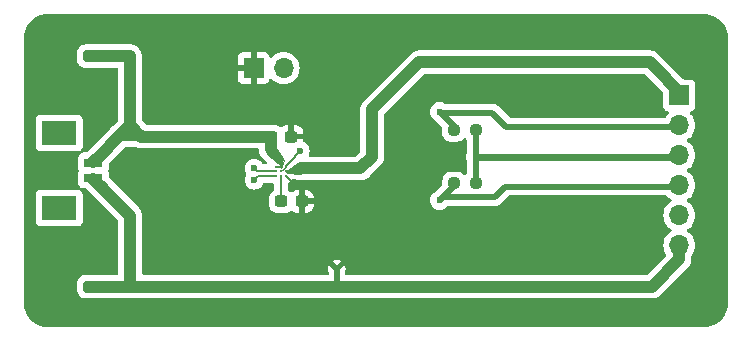
<source format=gtl>
%TF.GenerationSoftware,KiCad,Pcbnew,8.0.3*%
%TF.CreationDate,2024-06-23T18:33:08+02:00*%
%TF.ProjectId,MAX17262-breakout,4d415831-3732-4363-922d-627265616b6f,rev?*%
%TF.SameCoordinates,Original*%
%TF.FileFunction,Copper,L1,Top*%
%TF.FilePolarity,Positive*%
%FSLAX46Y46*%
G04 Gerber Fmt 4.6, Leading zero omitted, Abs format (unit mm)*
G04 Created by KiCad (PCBNEW 8.0.3) date 2024-06-23 18:33:08*
%MOMM*%
%LPD*%
G01*
G04 APERTURE LIST*
G04 Aperture macros list*
%AMRoundRect*
0 Rectangle with rounded corners*
0 $1 Rounding radius*
0 $2 $3 $4 $5 $6 $7 $8 $9 X,Y pos of 4 corners*
0 Add a 4 corners polygon primitive as box body*
4,1,4,$2,$3,$4,$5,$6,$7,$8,$9,$2,$3,0*
0 Add four circle primitives for the rounded corners*
1,1,$1+$1,$2,$3*
1,1,$1+$1,$4,$5*
1,1,$1+$1,$6,$7*
1,1,$1+$1,$8,$9*
0 Add four rect primitives between the rounded corners*
20,1,$1+$1,$2,$3,$4,$5,0*
20,1,$1+$1,$4,$5,$6,$7,0*
20,1,$1+$1,$6,$7,$8,$9,0*
20,1,$1+$1,$8,$9,$2,$3,0*%
G04 Aperture macros list end*
%TA.AperFunction,Conductor*%
%ADD10C,0.010000*%
%TD*%
%TA.AperFunction,EtchedComponent*%
%ADD11C,0.000000*%
%TD*%
%TA.AperFunction,SMDPad,CuDef*%
%ADD12C,0.216000*%
%TD*%
%TA.AperFunction,ComponentPad*%
%ADD13R,1.700000X1.700000*%
%TD*%
%TA.AperFunction,ComponentPad*%
%ADD14O,1.700000X1.700000*%
%TD*%
%TA.AperFunction,SMDPad,CuDef*%
%ADD15RoundRect,0.250000X0.750000X-0.250000X0.750000X0.250000X-0.750000X0.250000X-0.750000X-0.250000X0*%
%TD*%
%TA.AperFunction,SMDPad,CuDef*%
%ADD16RoundRect,0.237500X-0.250000X-0.237500X0.250000X-0.237500X0.250000X0.237500X-0.250000X0.237500X0*%
%TD*%
%TA.AperFunction,SMDPad,CuDef*%
%ADD17RoundRect,0.237500X-0.300000X-0.237500X0.300000X-0.237500X0.300000X0.237500X-0.300000X0.237500X0*%
%TD*%
%TA.AperFunction,SMDPad,CuDef*%
%ADD18R,1.600000X0.800000*%
%TD*%
%TA.AperFunction,SMDPad,CuDef*%
%ADD19R,3.000000X2.100000*%
%TD*%
%TA.AperFunction,SMDPad,CuDef*%
%ADD20C,0.500000*%
%TD*%
%TA.AperFunction,SMDPad,CuDef*%
%ADD21RoundRect,0.237500X0.250000X0.237500X-0.250000X0.237500X-0.250000X-0.237500X0.250000X-0.237500X0*%
%TD*%
%TA.AperFunction,SMDPad,CuDef*%
%ADD22RoundRect,0.237500X0.300000X0.237500X-0.300000X0.237500X-0.300000X-0.237500X0.300000X-0.237500X0*%
%TD*%
%TA.AperFunction,ViaPad*%
%ADD23C,0.600000*%
%TD*%
%TA.AperFunction,Conductor*%
%ADD24C,0.500000*%
%TD*%
%TA.AperFunction,Conductor*%
%ADD25C,0.200000*%
%TD*%
%TA.AperFunction,Conductor*%
%ADD26C,0.220000*%
%TD*%
%TA.AperFunction,Conductor*%
%ADD27C,1.000000*%
%TD*%
%TA.AperFunction,Conductor*%
%ADD28C,0.800000*%
%TD*%
%TA.AperFunction,Conductor*%
%ADD29C,0.127000*%
%TD*%
%TA.AperFunction,Conductor*%
%ADD30C,0.050000*%
%TD*%
%TA.AperFunction,Conductor*%
%ADD31C,0.180000*%
%TD*%
%TA.AperFunction,Conductor*%
%ADD32C,0.600000*%
%TD*%
G04 APERTURE END LIST*
D10*
%TO.N,Net-(IC1-BATT)*%
X82522019Y-89808065D02*
X82377428Y-90295154D01*
X82170542Y-90247376D01*
X81125516Y-89269649D01*
X81907609Y-88878603D01*
X82522019Y-89808065D01*
%TA.AperFunction,Conductor*%
G36*
X82522019Y-89808065D02*
G01*
X82377428Y-90295154D01*
X82170542Y-90247376D01*
X81125516Y-89269649D01*
X81907609Y-88878603D01*
X82522019Y-89808065D01*
G37*
%TD.AperFunction*%
X81125516Y-89269649D02*
X81125438Y-89269689D01*
X81123684Y-89267935D01*
X81125516Y-89269649D01*
%TA.AperFunction,Conductor*%
G36*
X81125516Y-89269649D02*
G01*
X81125438Y-89269689D01*
X81123684Y-89267935D01*
X81125516Y-89269649D01*
G37*
%TD.AperFunction*%
%TO.N,Net-(IC1-SYS)*%
X83938968Y-90991842D02*
X82755990Y-90853986D01*
X82697992Y-90647994D01*
X82853180Y-90598754D01*
X83730871Y-90079310D01*
X83938968Y-90991842D01*
%TA.AperFunction,Conductor*%
G36*
X83938968Y-90991842D02*
G01*
X82755990Y-90853986D01*
X82697992Y-90647994D01*
X82853180Y-90598754D01*
X83730871Y-90079310D01*
X83938968Y-90991842D01*
G37*
%TD.AperFunction*%
D11*
%TA.AperFunction,EtchedComponent*%
%TD*%
%TO.C,NT1*%
G36*
X87250000Y-100000000D02*
G01*
X86750000Y-100000000D01*
X86750000Y-99000000D01*
X87250000Y-99000000D01*
X87250000Y-100000000D01*
G37*
%TD.AperFunction*%
D12*
%TO.P,IC1,A1,TH*%
%TO.N,Net-(IC1-BATT)*%
X81875000Y-90350000D03*
%TO.P,IC1,A2,BATT*%
X82275000Y-90350000D03*
%TO.P,IC1,A3,NC*%
%TO.N,unconnected-(IC1-NC-PadA3)*%
X82675000Y-90350000D03*
%TO.P,IC1,B1,SCL*%
%TO.N,SCL*%
X81875000Y-90750000D03*
%TO.P,IC1,B2,ALRT*%
%TO.N,unconnected-(IC1-NC-PadA3)*%
X82275000Y-90750000D03*
%TO.P,IC1,B3,SYS*%
%TO.N,Net-(IC1-SYS)*%
X82675000Y-90750000D03*
%TO.P,IC1,C1,SDA*%
%TO.N,SDA*%
X81875000Y-91150000D03*
%TO.P,IC1,C2,REG*%
%TO.N,Net-(IC1-REG)*%
X82275000Y-91150000D03*
%TO.P,IC1,C3,GND*%
%TO.N,GND*%
X82675000Y-91150000D03*
%TD*%
D13*
%TO.P,J4,1,Pin_1*%
%TO.N,GND*%
X79960000Y-82000000D03*
D14*
%TO.P,J4,2,Pin_2*%
%TO.N,ALRT*%
X82500000Y-82000000D03*
%TD*%
D15*
%TO.P,J3,1,Pin_1*%
%TO.N,Net-(J1-BAT-)*%
X66500000Y-100500000D03*
%TD*%
D16*
%TO.P,R1,1*%
%TO.N,SDA*%
X96925000Y-87250000D03*
%TO.P,R1,2*%
%TO.N,Net-(J5-3.3v)*%
X98750000Y-87250000D03*
%TD*%
D17*
%TO.P,C1,1*%
%TO.N,Net-(IC1-BATT)*%
X81412500Y-87800000D03*
%TO.P,C1,2*%
%TO.N,GND*%
X83137500Y-87800000D03*
%TD*%
D15*
%TO.P,J2,1,Pin_1*%
%TO.N,Net-(IC1-BATT)*%
X66500000Y-81000000D03*
%TD*%
D18*
%TO.P,J1,1,BAT+*%
%TO.N,Net-(IC1-BATT)*%
X66400000Y-90050000D03*
%TO.P,J1,2,BAT-*%
%TO.N,Net-(J1-BAT-)*%
X66400000Y-91300000D03*
D19*
%TO.P,J1,MP1*%
%TO.N,N/C*%
X63500000Y-87500000D03*
%TO.P,J1,MP2*%
X63500000Y-93850000D03*
%TD*%
D13*
%TO.P,J5,1,SYSPWR*%
%TO.N,Net-(IC1-SYS)*%
X116000000Y-84325000D03*
D14*
%TO.P,J5,2,SDA*%
%TO.N,SDA*%
X116000000Y-86865000D03*
%TO.P,J5,3,3.3v*%
%TO.N,Net-(J5-3.3v)*%
X116000000Y-89405000D03*
%TO.P,J5,4,SCL*%
%TO.N,SCL*%
X116000000Y-91945000D03*
%TO.P,J5,5,ALRT*%
%TO.N,ALRT*%
X116000000Y-94485000D03*
%TO.P,J5,6,SYSGND*%
%TO.N,Net-(J1-BAT-)*%
X116000000Y-97025000D03*
%TD*%
D20*
%TO.P,NT1,1,1*%
%TO.N,GND*%
X87000000Y-99000000D03*
%TO.P,NT1,2,2*%
%TO.N,Net-(J1-BAT-)*%
X87000000Y-100000000D03*
%TD*%
D21*
%TO.P,R2,1*%
%TO.N,Net-(J5-3.3v)*%
X98753242Y-91746195D03*
%TO.P,R2,2*%
%TO.N,SCL*%
X96928242Y-91746195D03*
%TD*%
D22*
%TO.P,C2,1*%
%TO.N,GND*%
X84029613Y-93293801D03*
%TO.P,C2,2*%
%TO.N,Net-(IC1-REG)*%
X82304613Y-93293801D03*
%TD*%
D23*
%TO.N,SDA*%
X95700000Y-85700000D03*
X80000000Y-91500000D03*
%TO.N,SCL*%
X95700000Y-93200000D03*
X80000000Y-90500000D03*
%TO.N,GND*%
X87000000Y-87500000D03*
X88000000Y-93500000D03*
X91500000Y-98000000D03*
X70000000Y-91000000D03*
%TO.N,ALRT*%
X83900000Y-89000000D03*
%TD*%
D24*
%TO.N,SDA*%
X97000000Y-85770000D02*
X95770000Y-85770000D01*
D25*
X96925000Y-86925000D02*
X96925000Y-87250000D01*
D24*
X101365000Y-86960000D02*
X100175000Y-85770000D01*
D25*
X95770000Y-85770000D02*
X95700000Y-85700000D01*
X81875000Y-91150000D02*
X80350000Y-91150000D01*
D24*
X100175000Y-85770000D02*
X97000000Y-85770000D01*
X116000000Y-86960000D02*
X101365000Y-86960000D01*
D25*
X80350000Y-91150000D02*
X80000000Y-91500000D01*
D24*
X95700000Y-85700000D02*
X96925000Y-86925000D01*
D25*
%TO.N,SCL*%
X81875000Y-90750000D02*
X80250000Y-90750000D01*
D24*
X100370000Y-92920000D02*
X97000000Y-92920000D01*
X96928242Y-91971758D02*
X96928242Y-91746195D01*
D25*
X80250000Y-90750000D02*
X80000000Y-90500000D01*
D24*
X101250000Y-92040000D02*
X100370000Y-92920000D01*
X95700000Y-93200000D02*
X96928242Y-91971758D01*
X95980000Y-92920000D02*
X95700000Y-93200000D01*
X97000000Y-92920000D02*
X95980000Y-92920000D01*
X116000000Y-92040000D02*
X101250000Y-92040000D01*
D25*
%TO.N,GND*%
X84043610Y-92518610D02*
X84043610Y-93536572D01*
X82675000Y-91150000D02*
X84043610Y-92518610D01*
D26*
%TO.N,Net-(IC1-BATT)*%
X82275000Y-90350000D02*
X82275000Y-89775000D01*
D27*
X69500000Y-86850000D02*
X70450000Y-87800000D01*
X68675000Y-87675000D02*
X70325000Y-87675000D01*
X70450000Y-87800000D02*
X81412500Y-87800000D01*
X67000000Y-89350000D02*
X66400000Y-89950000D01*
D28*
X67050000Y-89350000D02*
X67000000Y-89350000D01*
D27*
X66500000Y-81000000D02*
X69500000Y-81000000D01*
X68425000Y-87925000D02*
X68675000Y-87675000D01*
X67000000Y-89350000D02*
X68425000Y-87925000D01*
X81412500Y-88862500D02*
X81412500Y-87800000D01*
D25*
X82275000Y-89775000D02*
X81412500Y-88912500D01*
D27*
X70325000Y-87675000D02*
X70450000Y-87800000D01*
X69500000Y-81000000D02*
X69500000Y-86000000D01*
D25*
X81412500Y-88912500D02*
X81412500Y-88862500D01*
X81875000Y-90350000D02*
X82275000Y-90350000D01*
D27*
X68425000Y-87925000D02*
X69500000Y-86850000D01*
X69500000Y-86850000D02*
X69500000Y-86000000D01*
D29*
%TO.N,Net-(IC1-REG)*%
X82275000Y-93492962D02*
X82318610Y-93536572D01*
D25*
X82275000Y-91150000D02*
X82275000Y-93492962D01*
D27*
%TO.N,Net-(IC1-SYS)*%
X94000000Y-81500000D02*
X90000000Y-85500000D01*
D29*
X83250000Y-90750000D02*
X83500000Y-90500000D01*
D27*
X116000000Y-84000000D02*
X114000000Y-82000000D01*
X90000000Y-85500000D02*
X90000000Y-89500000D01*
X105500000Y-81500000D02*
X94000000Y-81500000D01*
X114000000Y-82000000D02*
X113500000Y-81500000D01*
X84500000Y-90500000D02*
X84000000Y-90500000D01*
D26*
X82675000Y-90750000D02*
X83250000Y-90750000D01*
D27*
X89000000Y-90500000D02*
X85500000Y-90500000D01*
X113500000Y-81500000D02*
X105500000Y-81500000D01*
X85500000Y-90500000D02*
X84500000Y-90500000D01*
D29*
X116000000Y-84325000D02*
X116000000Y-84000000D01*
D27*
X90000000Y-89500000D02*
X89000000Y-90500000D01*
D25*
%TO.N,ALRT*%
X83900000Y-89000000D02*
X83525772Y-89374228D01*
D30*
%TO.N,unconnected-(IC1-NC-PadA3)*%
X82275000Y-90750000D02*
X82275000Y-90757786D01*
D31*
X83300000Y-89700000D02*
X83500000Y-89500000D01*
X82675000Y-90325000D02*
X83300000Y-89700000D01*
D30*
X82675000Y-90350000D02*
X82675000Y-90325000D01*
X82674134Y-90350866D02*
X82674735Y-90350866D01*
X82275000Y-90750000D02*
X82674134Y-90350866D01*
D31*
X83500000Y-89500000D02*
X83500000Y-89400000D01*
D25*
%TO.N,Net-(J5-3.3v)*%
X98750000Y-91675000D02*
X98825000Y-91750000D01*
D24*
X98750000Y-89500000D02*
X98750000Y-91675000D01*
X98750000Y-87250000D02*
X98750000Y-89500000D01*
D32*
X116000000Y-89500000D02*
X98750000Y-89500000D01*
D25*
%TO.N,Net-(J1-BAT-)*%
X66400000Y-91300000D02*
X66400000Y-91400000D01*
D27*
X67500000Y-92500000D02*
X66400000Y-91400000D01*
X113700000Y-100500000D02*
X116000000Y-98200000D01*
X69500000Y-100500000D02*
X113700000Y-100500000D01*
X116000000Y-98200000D02*
X116000000Y-97025000D01*
X69500000Y-100500000D02*
X69500000Y-94500000D01*
D28*
X67000000Y-92000000D02*
X66400000Y-91400000D01*
D27*
X67000000Y-92000000D02*
X67500000Y-92500000D01*
X66500000Y-100500000D02*
X69500000Y-100500000D01*
X69500000Y-94500000D02*
X67500000Y-92500000D01*
%TD*%
%TA.AperFunction,Conductor*%
%TO.N,GND*%
G36*
X113101257Y-82520185D02*
G01*
X113121899Y-82536819D01*
X114613181Y-84028101D01*
X114646666Y-84089424D01*
X114649500Y-84115782D01*
X114649501Y-85222870D01*
X114655908Y-85282483D01*
X114706202Y-85417328D01*
X114706206Y-85417335D01*
X114792452Y-85532544D01*
X114792455Y-85532547D01*
X114907664Y-85618793D01*
X114907671Y-85618797D01*
X115039081Y-85667810D01*
X115095015Y-85709681D01*
X115119432Y-85775145D01*
X115104580Y-85843418D01*
X115083430Y-85871673D01*
X114961503Y-85993600D01*
X114847355Y-86156623D01*
X114792778Y-86200248D01*
X114745780Y-86209500D01*
X101727229Y-86209500D01*
X101660190Y-86189815D01*
X101639548Y-86173181D01*
X100653421Y-85187052D01*
X100653414Y-85187046D01*
X100579729Y-85137812D01*
X100579729Y-85137813D01*
X100530491Y-85104913D01*
X100393917Y-85048343D01*
X100393907Y-85048340D01*
X100248920Y-85019500D01*
X100248918Y-85019500D01*
X97073918Y-85019500D01*
X96157323Y-85019500D01*
X96091350Y-85000493D01*
X96049524Y-84974211D01*
X95879254Y-84914631D01*
X95879249Y-84914630D01*
X95700004Y-84894435D01*
X95699996Y-84894435D01*
X95520750Y-84914630D01*
X95520745Y-84914631D01*
X95350476Y-84974211D01*
X95197737Y-85070184D01*
X95070184Y-85197737D01*
X94974211Y-85350476D01*
X94914631Y-85520745D01*
X94914630Y-85520750D01*
X94894435Y-85699996D01*
X94894435Y-85700003D01*
X94914630Y-85879249D01*
X94914631Y-85879254D01*
X94974211Y-86049523D01*
X95041507Y-86156623D01*
X95070184Y-86202262D01*
X95197738Y-86329816D01*
X95312833Y-86402135D01*
X95350483Y-86425792D01*
X95356753Y-86428812D01*
X95355870Y-86430643D01*
X95391940Y-86453308D01*
X95900681Y-86962048D01*
X95934166Y-87023371D01*
X95937000Y-87049729D01*
X95937000Y-87536669D01*
X95937001Y-87536687D01*
X95947325Y-87637752D01*
X96001592Y-87801515D01*
X96001593Y-87801518D01*
X96035895Y-87857129D01*
X96092160Y-87948350D01*
X96214150Y-88070340D01*
X96360984Y-88160908D01*
X96524747Y-88215174D01*
X96625823Y-88225500D01*
X97224176Y-88225499D01*
X97224184Y-88225498D01*
X97224187Y-88225498D01*
X97279530Y-88219844D01*
X97325253Y-88215174D01*
X97489016Y-88160908D01*
X97635850Y-88070340D01*
X97749819Y-87956371D01*
X97811142Y-87922886D01*
X97880834Y-87927870D01*
X97925181Y-87956371D01*
X97963181Y-87994371D01*
X97996666Y-88055694D01*
X97999500Y-88082052D01*
X97999500Y-89195396D01*
X97990062Y-89242844D01*
X97980263Y-89266503D01*
X97980262Y-89266506D01*
X97980260Y-89266511D01*
X97949500Y-89421153D01*
X97949500Y-89578846D01*
X97980261Y-89733489D01*
X97980263Y-89733497D01*
X97990061Y-89757151D01*
X97999500Y-89804604D01*
X97999500Y-90917385D01*
X97979815Y-90984424D01*
X97963181Y-91005066D01*
X97928423Y-91039824D01*
X97867100Y-91073309D01*
X97797408Y-91068325D01*
X97753061Y-91039824D01*
X97639093Y-90925856D01*
X97639092Y-90925855D01*
X97519560Y-90852127D01*
X97492260Y-90835288D01*
X97492255Y-90835286D01*
X97490811Y-90834807D01*
X97328495Y-90781021D01*
X97328493Y-90781020D01*
X97227420Y-90770695D01*
X96629072Y-90770695D01*
X96629054Y-90770696D01*
X96527989Y-90781020D01*
X96364226Y-90835287D01*
X96364223Y-90835288D01*
X96217390Y-90925856D01*
X96095403Y-91047843D01*
X96004835Y-91194676D01*
X96004834Y-91194679D01*
X95950568Y-91358442D01*
X95950568Y-91358443D01*
X95950567Y-91358443D01*
X95940242Y-91459510D01*
X95940242Y-91847027D01*
X95920557Y-91914066D01*
X95903923Y-91934708D01*
X95501583Y-92337048D01*
X95391935Y-92446694D01*
X95355878Y-92469366D01*
X95356756Y-92471188D01*
X95350478Y-92474211D01*
X95197737Y-92570184D01*
X95070184Y-92697737D01*
X94974211Y-92850476D01*
X94914631Y-93020745D01*
X94914630Y-93020750D01*
X94894435Y-93199996D01*
X94894435Y-93200003D01*
X94914630Y-93379249D01*
X94914631Y-93379254D01*
X94974211Y-93549523D01*
X95052007Y-93673334D01*
X95070184Y-93702262D01*
X95197738Y-93829816D01*
X95350478Y-93925789D01*
X95520745Y-93985368D01*
X95520750Y-93985369D01*
X95699996Y-94005565D01*
X95700000Y-94005565D01*
X95700004Y-94005565D01*
X95879249Y-93985369D01*
X95879252Y-93985368D01*
X95879255Y-93985368D01*
X96049522Y-93925789D01*
X96202262Y-93829816D01*
X96325260Y-93706818D01*
X96386583Y-93673334D01*
X96412941Y-93670500D01*
X100443920Y-93670500D01*
X100541462Y-93651096D01*
X100588913Y-93641658D01*
X100725495Y-93585084D01*
X100796038Y-93537949D01*
X100796041Y-93537946D01*
X100796043Y-93537946D01*
X100809265Y-93529111D01*
X100848416Y-93502952D01*
X101524549Y-92826819D01*
X101585872Y-92793334D01*
X101612230Y-92790500D01*
X114884241Y-92790500D01*
X114951280Y-92810185D01*
X114971922Y-92826818D01*
X115128599Y-92983495D01*
X115128602Y-92983497D01*
X115128603Y-92983498D01*
X115314158Y-93113425D01*
X115357783Y-93168002D01*
X115364977Y-93237500D01*
X115333454Y-93299855D01*
X115314158Y-93316575D01*
X115128597Y-93446505D01*
X114961505Y-93613597D01*
X114825965Y-93807169D01*
X114825964Y-93807171D01*
X114726098Y-94021335D01*
X114726094Y-94021344D01*
X114664938Y-94249586D01*
X114664936Y-94249596D01*
X114644341Y-94484999D01*
X114644341Y-94485000D01*
X114664936Y-94720403D01*
X114664938Y-94720413D01*
X114726094Y-94948655D01*
X114726096Y-94948659D01*
X114726097Y-94948663D01*
X114816405Y-95142328D01*
X114825965Y-95162830D01*
X114825967Y-95162834D01*
X114961501Y-95356395D01*
X114961506Y-95356402D01*
X115128597Y-95523493D01*
X115128603Y-95523498D01*
X115314158Y-95653425D01*
X115357783Y-95708002D01*
X115364977Y-95777500D01*
X115333454Y-95839855D01*
X115314158Y-95856575D01*
X115128597Y-95986505D01*
X114961505Y-96153597D01*
X114825965Y-96347169D01*
X114825964Y-96347171D01*
X114726098Y-96561335D01*
X114726094Y-96561344D01*
X114664938Y-96789586D01*
X114664936Y-96789596D01*
X114644341Y-97024999D01*
X114644341Y-97025000D01*
X114664936Y-97260403D01*
X114664938Y-97260413D01*
X114726094Y-97488655D01*
X114726096Y-97488659D01*
X114726097Y-97488663D01*
X114825965Y-97702830D01*
X114825967Y-97702834D01*
X114871832Y-97768336D01*
X114894159Y-97834542D01*
X114877149Y-97902310D01*
X114857938Y-97927140D01*
X113321899Y-99463181D01*
X113260576Y-99496666D01*
X113234218Y-99499500D01*
X87794504Y-99499500D01*
X87727465Y-99479815D01*
X87681710Y-99427011D01*
X87671766Y-99357853D01*
X87678897Y-99334464D01*
X87677703Y-99334046D01*
X87735822Y-99167949D01*
X87735824Y-99167941D01*
X87754746Y-99000003D01*
X87754746Y-98999996D01*
X87735824Y-98832056D01*
X87680266Y-98673285D01*
X87140008Y-99213543D01*
X87078685Y-99247028D01*
X87038444Y-99249082D01*
X87000003Y-99244751D01*
X86999996Y-99244751D01*
X86961553Y-99249082D01*
X86892731Y-99237027D01*
X86859990Y-99213543D01*
X86319732Y-98673285D01*
X86264176Y-98832053D01*
X86264175Y-98832058D01*
X86245254Y-98999996D01*
X86245254Y-99000003D01*
X86264175Y-99167941D01*
X86264177Y-99167949D01*
X86322297Y-99334046D01*
X86319408Y-99335056D01*
X86328574Y-99390597D01*
X86300873Y-99454741D01*
X86242891Y-99493727D01*
X86205496Y-99499500D01*
X70624500Y-99499500D01*
X70557461Y-99479815D01*
X70511706Y-99427011D01*
X70500500Y-99375500D01*
X70500500Y-98319732D01*
X86673285Y-98319732D01*
X87000000Y-98646447D01*
X87000001Y-98646447D01*
X87326714Y-98319732D01*
X87167943Y-98264176D01*
X87167938Y-98264175D01*
X87000004Y-98245254D01*
X86999996Y-98245254D01*
X86832058Y-98264175D01*
X86832053Y-98264176D01*
X86673285Y-98319732D01*
X70500500Y-98319732D01*
X70500500Y-94401456D01*
X70474212Y-94269300D01*
X70472158Y-94258975D01*
X70462051Y-94208164D01*
X70423105Y-94114141D01*
X70423104Y-94114139D01*
X70386635Y-94026093D01*
X70386634Y-94026092D01*
X70386632Y-94026086D01*
X70386628Y-94026080D01*
X70277139Y-93862217D01*
X70134686Y-93719764D01*
X70134655Y-93719735D01*
X67736818Y-91321898D01*
X67703333Y-91260575D01*
X67700499Y-91234217D01*
X67700499Y-90852129D01*
X67700498Y-90852123D01*
X67700497Y-90852116D01*
X67694091Y-90792517D01*
X67666421Y-90718332D01*
X67661438Y-90648642D01*
X67666422Y-90631667D01*
X67694091Y-90557483D01*
X67700500Y-90497873D01*
X67700499Y-90115782D01*
X67720183Y-90048744D01*
X67736818Y-90028101D01*
X67777139Y-89987781D01*
X67777138Y-89987781D01*
X69053102Y-88711819D01*
X69114425Y-88678334D01*
X69140783Y-88675500D01*
X69924545Y-88675500D01*
X69971998Y-88684939D01*
X70007152Y-88699500D01*
X70158165Y-88762052D01*
X70301719Y-88790606D01*
X70334879Y-88797202D01*
X70351458Y-88800500D01*
X70351459Y-88800500D01*
X70351460Y-88800500D01*
X70548540Y-88800500D01*
X80288000Y-88800500D01*
X80355039Y-88820185D01*
X80400794Y-88872989D01*
X80412000Y-88924500D01*
X80412000Y-88961041D01*
X80412000Y-88961043D01*
X80411999Y-88961043D01*
X80450447Y-89154329D01*
X80450450Y-89154339D01*
X80525864Y-89336407D01*
X80525871Y-89336420D01*
X80635359Y-89500280D01*
X80635360Y-89500281D01*
X80635361Y-89500282D01*
X80766519Y-89631440D01*
X80772551Y-89638172D01*
X80774903Y-89640710D01*
X80774909Y-89640717D01*
X81089398Y-89934953D01*
X81124903Y-89995127D01*
X81122239Y-90064946D01*
X81082250Y-90122241D01*
X81017634Y-90148821D01*
X81004680Y-90149500D01*
X80793707Y-90149500D01*
X80726668Y-90129815D01*
X80688713Y-90091472D01*
X80629815Y-89997737D01*
X80502262Y-89870184D01*
X80349523Y-89774211D01*
X80179254Y-89714631D01*
X80179249Y-89714630D01*
X80000004Y-89694435D01*
X79999996Y-89694435D01*
X79820750Y-89714630D01*
X79820745Y-89714631D01*
X79650476Y-89774211D01*
X79497737Y-89870184D01*
X79370184Y-89997737D01*
X79274211Y-90150476D01*
X79214631Y-90320745D01*
X79214630Y-90320750D01*
X79194435Y-90499996D01*
X79194435Y-90500003D01*
X79214630Y-90679249D01*
X79214633Y-90679262D01*
X79274209Y-90849520D01*
X79327309Y-90934029D01*
X79346309Y-91001266D01*
X79327309Y-91065971D01*
X79274209Y-91150479D01*
X79214633Y-91320737D01*
X79214630Y-91320750D01*
X79194435Y-91499996D01*
X79194435Y-91500003D01*
X79214630Y-91679249D01*
X79214631Y-91679254D01*
X79274211Y-91849523D01*
X79327737Y-91934708D01*
X79370184Y-92002262D01*
X79497738Y-92129816D01*
X79650478Y-92225789D01*
X79820745Y-92285368D01*
X79820750Y-92285369D01*
X79999996Y-92305565D01*
X80000000Y-92305565D01*
X80000004Y-92305565D01*
X80179249Y-92285369D01*
X80179252Y-92285368D01*
X80179255Y-92285368D01*
X80349522Y-92225789D01*
X80502262Y-92129816D01*
X80629816Y-92002262D01*
X80725789Y-91849522D01*
X80731379Y-91833545D01*
X80772100Y-91776770D01*
X80837053Y-91751022D01*
X80848421Y-91750500D01*
X81550500Y-91750500D01*
X81617539Y-91770185D01*
X81663294Y-91822989D01*
X81674500Y-91874500D01*
X81674500Y-92323614D01*
X81654815Y-92390653D01*
X81615598Y-92429152D01*
X81543763Y-92473460D01*
X81421774Y-92595449D01*
X81331206Y-92742282D01*
X81331204Y-92742287D01*
X81327943Y-92752128D01*
X81276939Y-92906048D01*
X81276939Y-92906049D01*
X81276938Y-92906049D01*
X81266613Y-93007116D01*
X81266613Y-93580470D01*
X81266614Y-93580488D01*
X81276938Y-93681553D01*
X81313222Y-93791050D01*
X81331133Y-93845101D01*
X81331205Y-93845316D01*
X81331206Y-93845319D01*
X81365508Y-93900930D01*
X81421773Y-93992151D01*
X81543763Y-94114141D01*
X81690597Y-94204709D01*
X81854360Y-94258975D01*
X81955436Y-94269301D01*
X82653789Y-94269300D01*
X82653797Y-94269299D01*
X82653800Y-94269299D01*
X82709143Y-94263645D01*
X82754866Y-94258975D01*
X82918629Y-94204709D01*
X83065463Y-94114141D01*
X83079784Y-94099819D01*
X83141102Y-94066334D01*
X83210794Y-94071315D01*
X83255147Y-94099818D01*
X83269074Y-94113745D01*
X83269078Y-94113748D01*
X83415801Y-94204249D01*
X83415812Y-94204254D01*
X83579460Y-94258481D01*
X83680464Y-94268800D01*
X84279613Y-94268800D01*
X84378753Y-94268800D01*
X84378767Y-94268799D01*
X84479765Y-94258481D01*
X84643413Y-94204254D01*
X84643424Y-94204249D01*
X84790147Y-94113748D01*
X84790151Y-94113745D01*
X84912057Y-93991839D01*
X84912060Y-93991835D01*
X85002561Y-93845112D01*
X85002566Y-93845101D01*
X85056793Y-93681453D01*
X85067112Y-93580455D01*
X85067113Y-93580442D01*
X85067113Y-93543801D01*
X84279613Y-93543801D01*
X84279613Y-94268800D01*
X83680464Y-94268800D01*
X83779613Y-94268799D01*
X83779613Y-93043801D01*
X84279613Y-93043801D01*
X85067112Y-93043801D01*
X85067112Y-93007161D01*
X85067111Y-93007146D01*
X85056793Y-92906148D01*
X85002566Y-92742500D01*
X85002561Y-92742489D01*
X84912060Y-92595766D01*
X84912057Y-92595762D01*
X84790151Y-92473856D01*
X84790147Y-92473853D01*
X84643424Y-92383352D01*
X84643413Y-92383347D01*
X84479765Y-92329120D01*
X84378767Y-92318801D01*
X84279613Y-92318801D01*
X84279613Y-93043801D01*
X83779613Y-93043801D01*
X83779613Y-92318800D01*
X83680473Y-92318801D01*
X83680457Y-92318802D01*
X83579460Y-92329120D01*
X83415812Y-92383347D01*
X83415801Y-92383352D01*
X83269078Y-92473853D01*
X83255145Y-92487786D01*
X83193821Y-92521269D01*
X83124129Y-92516283D01*
X83079785Y-92487783D01*
X83065463Y-92473461D01*
X83065459Y-92473458D01*
X82934403Y-92392621D01*
X82887678Y-92340673D01*
X82875500Y-92287083D01*
X82875500Y-91807898D01*
X82895185Y-91740859D01*
X82947989Y-91695104D01*
X82952049Y-91693336D01*
X82981621Y-91681087D01*
X83108631Y-91583628D01*
X83188771Y-91479189D01*
X83245199Y-91437986D01*
X83301493Y-91431509D01*
X83879878Y-91498911D01*
X83883625Y-91498975D01*
X83895361Y-91500235D01*
X83895394Y-91499902D01*
X83901454Y-91500499D01*
X83901459Y-91500500D01*
X83970704Y-91500500D01*
X83972848Y-91500518D01*
X83980482Y-91500651D01*
X83980482Y-91500650D01*
X83984195Y-91500715D01*
X83988357Y-91500500D01*
X89098543Y-91500500D01*
X89170407Y-91486204D01*
X89206341Y-91479057D01*
X89291836Y-91462051D01*
X89378957Y-91425964D01*
X89473914Y-91386632D01*
X89637782Y-91277139D01*
X89777139Y-91137782D01*
X89777139Y-91137780D01*
X89787347Y-91127573D01*
X89787348Y-91127570D01*
X90777140Y-90137781D01*
X90886632Y-89973914D01*
X90962052Y-89791835D01*
X91000501Y-89598540D01*
X91000501Y-89401459D01*
X91000501Y-89396349D01*
X91000500Y-89396323D01*
X91000500Y-85965782D01*
X91020185Y-85898743D01*
X91036819Y-85878101D01*
X94378102Y-82536819D01*
X94439425Y-82503334D01*
X94465783Y-82500500D01*
X105401459Y-82500500D01*
X113034218Y-82500500D01*
X113101257Y-82520185D01*
G37*
%TD.AperFunction*%
%TA.AperFunction,Conductor*%
G36*
X118104043Y-77425765D02*
G01*
X118352895Y-77442075D01*
X118368953Y-77444190D01*
X118576105Y-77485395D01*
X118609535Y-77492045D01*
X118625202Y-77496243D01*
X118794947Y-77553863D01*
X118857481Y-77575091D01*
X118872458Y-77581294D01*
X119081799Y-77684529D01*
X119092460Y-77689787D01*
X119106508Y-77697897D01*
X119310464Y-77834177D01*
X119323328Y-77844048D01*
X119507749Y-78005781D01*
X119519218Y-78017250D01*
X119680951Y-78201671D01*
X119690825Y-78214539D01*
X119827102Y-78418492D01*
X119835212Y-78432539D01*
X119943702Y-78652534D01*
X119949909Y-78667520D01*
X120028756Y-78899797D01*
X120032954Y-78915464D01*
X120080807Y-79156035D01*
X120082925Y-79172116D01*
X120099235Y-79420956D01*
X120099500Y-79429066D01*
X120099500Y-101920933D01*
X120099235Y-101929043D01*
X120082925Y-102177883D01*
X120080807Y-102193964D01*
X120032954Y-102434535D01*
X120028756Y-102450202D01*
X119949909Y-102682479D01*
X119943702Y-102697465D01*
X119835212Y-102917460D01*
X119827102Y-102931507D01*
X119690825Y-103135460D01*
X119680951Y-103148328D01*
X119519218Y-103332749D01*
X119507749Y-103344218D01*
X119323328Y-103505951D01*
X119310460Y-103515825D01*
X119106507Y-103652102D01*
X119092460Y-103660212D01*
X118872465Y-103768702D01*
X118857479Y-103774909D01*
X118625202Y-103853756D01*
X118609535Y-103857954D01*
X118368964Y-103905807D01*
X118352883Y-103907925D01*
X118104043Y-103924235D01*
X118095933Y-103924500D01*
X62504067Y-103924500D01*
X62495957Y-103924235D01*
X62247116Y-103907925D01*
X62231035Y-103905807D01*
X61990464Y-103857954D01*
X61974797Y-103853756D01*
X61742520Y-103774909D01*
X61727534Y-103768702D01*
X61507539Y-103660212D01*
X61493492Y-103652102D01*
X61289539Y-103515825D01*
X61276671Y-103505951D01*
X61092250Y-103344218D01*
X61080781Y-103332749D01*
X60919048Y-103148328D01*
X60909174Y-103135460D01*
X60772897Y-102931507D01*
X60764787Y-102917460D01*
X60658855Y-102702652D01*
X60656294Y-102697458D01*
X60650090Y-102682479D01*
X60571243Y-102450202D01*
X60567045Y-102434535D01*
X60559186Y-102395026D01*
X60519190Y-102193953D01*
X60517075Y-102177895D01*
X60500765Y-101929043D01*
X60500500Y-101920933D01*
X60500500Y-92752135D01*
X61499500Y-92752135D01*
X61499500Y-94947870D01*
X61499501Y-94947876D01*
X61505908Y-95007483D01*
X61556202Y-95142328D01*
X61556206Y-95142335D01*
X61642452Y-95257544D01*
X61642455Y-95257547D01*
X61757664Y-95343793D01*
X61757671Y-95343797D01*
X61892517Y-95394091D01*
X61892516Y-95394091D01*
X61899444Y-95394835D01*
X61952127Y-95400500D01*
X65047872Y-95400499D01*
X65107483Y-95394091D01*
X65242331Y-95343796D01*
X65357546Y-95257546D01*
X65443796Y-95142331D01*
X65494091Y-95007483D01*
X65500500Y-94947873D01*
X65500499Y-92752128D01*
X65494091Y-92692517D01*
X65468099Y-92622830D01*
X65443797Y-92557671D01*
X65443793Y-92557664D01*
X65357547Y-92442455D01*
X65357544Y-92442452D01*
X65252717Y-92363978D01*
X65244128Y-92352505D01*
X65229638Y-92351469D01*
X65107482Y-92305908D01*
X65107483Y-92305908D01*
X65047883Y-92299501D01*
X65047881Y-92299500D01*
X65047873Y-92299500D01*
X65047864Y-92299500D01*
X61952129Y-92299500D01*
X61952123Y-92299501D01*
X61892516Y-92305908D01*
X61757671Y-92356202D01*
X61757664Y-92356206D01*
X61642455Y-92442452D01*
X61642452Y-92442455D01*
X61556206Y-92557664D01*
X61556202Y-92557671D01*
X61505908Y-92692517D01*
X61500558Y-92742282D01*
X61499501Y-92752123D01*
X61499500Y-92752135D01*
X60500500Y-92752135D01*
X60500500Y-86402135D01*
X61499500Y-86402135D01*
X61499500Y-88597870D01*
X61499501Y-88597876D01*
X61505908Y-88657483D01*
X61556202Y-88792328D01*
X61556206Y-88792335D01*
X61642452Y-88907544D01*
X61642455Y-88907547D01*
X61757664Y-88993793D01*
X61757671Y-88993797D01*
X61892517Y-89044091D01*
X61892516Y-89044091D01*
X61899444Y-89044835D01*
X61952127Y-89050500D01*
X65047872Y-89050499D01*
X65107483Y-89044091D01*
X65229638Y-88998529D01*
X65244127Y-88997493D01*
X65252715Y-88986022D01*
X65357546Y-88907546D01*
X65443796Y-88792331D01*
X65494091Y-88657483D01*
X65500500Y-88597873D01*
X65500499Y-86402128D01*
X65494091Y-86342517D01*
X65489353Y-86329815D01*
X65443797Y-86207671D01*
X65443793Y-86207664D01*
X65357547Y-86092455D01*
X65357544Y-86092452D01*
X65242335Y-86006206D01*
X65242328Y-86006202D01*
X65107482Y-85955908D01*
X65107483Y-85955908D01*
X65047883Y-85949501D01*
X65047881Y-85949500D01*
X65047873Y-85949500D01*
X65047864Y-85949500D01*
X61952129Y-85949500D01*
X61952123Y-85949501D01*
X61892516Y-85955908D01*
X61757671Y-86006202D01*
X61757664Y-86006206D01*
X61642455Y-86092452D01*
X61642452Y-86092455D01*
X61556206Y-86207664D01*
X61556202Y-86207671D01*
X61505908Y-86342517D01*
X61501425Y-86384218D01*
X61499501Y-86402123D01*
X61499500Y-86402135D01*
X60500500Y-86402135D01*
X60500500Y-80699983D01*
X64999500Y-80699983D01*
X64999500Y-81300001D01*
X64999501Y-81300019D01*
X65010000Y-81402796D01*
X65010001Y-81402799D01*
X65042211Y-81500000D01*
X65065186Y-81569334D01*
X65157288Y-81718656D01*
X65281344Y-81842712D01*
X65430666Y-81934814D01*
X65597203Y-81989999D01*
X65699991Y-82000500D01*
X66391456Y-82000499D01*
X66391470Y-82000500D01*
X66401459Y-82000500D01*
X68375500Y-82000500D01*
X68442539Y-82020185D01*
X68488294Y-82072989D01*
X68499500Y-82124500D01*
X68499500Y-86384217D01*
X68479815Y-86451256D01*
X68463181Y-86471898D01*
X68037218Y-86897861D01*
X67834673Y-87100407D01*
X67834671Y-87100409D01*
X67787222Y-87147855D01*
X67787218Y-87147861D01*
X66362219Y-88572861D01*
X65821897Y-89113181D01*
X65760574Y-89146666D01*
X65734217Y-89149500D01*
X65552130Y-89149500D01*
X65552123Y-89149501D01*
X65492515Y-89155909D01*
X65370360Y-89201469D01*
X65355871Y-89202505D01*
X65347283Y-89213978D01*
X65242452Y-89292455D01*
X65156206Y-89407664D01*
X65156202Y-89407671D01*
X65105908Y-89542517D01*
X65099501Y-89602116D01*
X65099500Y-89602135D01*
X65099500Y-90497870D01*
X65099501Y-90497876D01*
X65105908Y-90557483D01*
X65133577Y-90631667D01*
X65138561Y-90701358D01*
X65133577Y-90718331D01*
X65105909Y-90792514D01*
X65105908Y-90792516D01*
X65101310Y-90835288D01*
X65099501Y-90852123D01*
X65099500Y-90852135D01*
X65099500Y-91747870D01*
X65099501Y-91747876D01*
X65105908Y-91807483D01*
X65156202Y-91942328D01*
X65156206Y-91942335D01*
X65242452Y-92057544D01*
X65242455Y-92057547D01*
X65347282Y-92136021D01*
X65355870Y-92147493D01*
X65370361Y-92148530D01*
X65404235Y-92161164D01*
X65492517Y-92194091D01*
X65552127Y-92200500D01*
X65734216Y-92200499D01*
X65801256Y-92220183D01*
X65821898Y-92236818D01*
X68463181Y-94878101D01*
X68496666Y-94939424D01*
X68499500Y-94965782D01*
X68499500Y-99375500D01*
X68479815Y-99442539D01*
X68427011Y-99488294D01*
X68375500Y-99499500D01*
X65699998Y-99499500D01*
X65699980Y-99499501D01*
X65597203Y-99510000D01*
X65597200Y-99510001D01*
X65430668Y-99565185D01*
X65430663Y-99565187D01*
X65281342Y-99657289D01*
X65157289Y-99781342D01*
X65065187Y-99930663D01*
X65065186Y-99930666D01*
X65010001Y-100097203D01*
X65010001Y-100097204D01*
X65010000Y-100097204D01*
X64999500Y-100199983D01*
X64999500Y-100800001D01*
X64999501Y-100800019D01*
X65010000Y-100902796D01*
X65010001Y-100902799D01*
X65065185Y-101069331D01*
X65065186Y-101069334D01*
X65157288Y-101218656D01*
X65281344Y-101342712D01*
X65430666Y-101434814D01*
X65597203Y-101489999D01*
X65699991Y-101500500D01*
X66391456Y-101500499D01*
X66391470Y-101500500D01*
X66401459Y-101500500D01*
X113798542Y-101500500D01*
X113817870Y-101496655D01*
X113895188Y-101481275D01*
X113991836Y-101462051D01*
X114057591Y-101434814D01*
X114173914Y-101386632D01*
X114337782Y-101277139D01*
X114477139Y-101137782D01*
X114477140Y-101137779D01*
X114484206Y-101130714D01*
X114484209Y-101130710D01*
X116637778Y-98977141D01*
X116637782Y-98977139D01*
X116777139Y-98837782D01*
X116886632Y-98673914D01*
X116962051Y-98491835D01*
X117000500Y-98298541D01*
X117000500Y-97985758D01*
X117020185Y-97918719D01*
X117036819Y-97898077D01*
X117038495Y-97896401D01*
X117174035Y-97702830D01*
X117273903Y-97488663D01*
X117335063Y-97260408D01*
X117355659Y-97025000D01*
X117335063Y-96789592D01*
X117273903Y-96561337D01*
X117174035Y-96347171D01*
X117038495Y-96153599D01*
X117038494Y-96153597D01*
X116871402Y-95986506D01*
X116871396Y-95986501D01*
X116685842Y-95856575D01*
X116642217Y-95801998D01*
X116635023Y-95732500D01*
X116666546Y-95670145D01*
X116685842Y-95653425D01*
X116708026Y-95637891D01*
X116871401Y-95523495D01*
X117038495Y-95356401D01*
X117174035Y-95162830D01*
X117273903Y-94948663D01*
X117335063Y-94720408D01*
X117355659Y-94485000D01*
X117335063Y-94249592D01*
X117275177Y-94026093D01*
X117273905Y-94021344D01*
X117273904Y-94021343D01*
X117273903Y-94021337D01*
X117174035Y-93807171D01*
X117112833Y-93719764D01*
X117038494Y-93613597D01*
X116871402Y-93446506D01*
X116871396Y-93446501D01*
X116685842Y-93316575D01*
X116642217Y-93261998D01*
X116635023Y-93192500D01*
X116666546Y-93130145D01*
X116685842Y-93113425D01*
X116818195Y-93020750D01*
X116871401Y-92983495D01*
X117038495Y-92816401D01*
X117174035Y-92622830D01*
X117273903Y-92408663D01*
X117335063Y-92180408D01*
X117355659Y-91945000D01*
X117355425Y-91942331D01*
X117347306Y-91849523D01*
X117335063Y-91709592D01*
X117278967Y-91500235D01*
X117273905Y-91481344D01*
X117273904Y-91481343D01*
X117273903Y-91481337D01*
X117174035Y-91267171D01*
X117169417Y-91260575D01*
X117038494Y-91073597D01*
X116871402Y-90906506D01*
X116871396Y-90906501D01*
X116685842Y-90776575D01*
X116642217Y-90721998D01*
X116635023Y-90652500D01*
X116666546Y-90590145D01*
X116685842Y-90573425D01*
X116790699Y-90500003D01*
X116871401Y-90443495D01*
X117038495Y-90276401D01*
X117174035Y-90082830D01*
X117273903Y-89868663D01*
X117335063Y-89640408D01*
X117355659Y-89405000D01*
X117335063Y-89169592D01*
X117273903Y-88941337D01*
X117174035Y-88727171D01*
X117167190Y-88717394D01*
X117038494Y-88533597D01*
X116871402Y-88366506D01*
X116871396Y-88366501D01*
X116685842Y-88236575D01*
X116642217Y-88181998D01*
X116635023Y-88112500D01*
X116666546Y-88050145D01*
X116685842Y-88033425D01*
X116807341Y-87948350D01*
X116871401Y-87903495D01*
X117038495Y-87736401D01*
X117174035Y-87542830D01*
X117273903Y-87328663D01*
X117335063Y-87100408D01*
X117355659Y-86865000D01*
X117335063Y-86629592D01*
X117273903Y-86401337D01*
X117174035Y-86187171D01*
X117164239Y-86173181D01*
X117038496Y-85993600D01*
X116994396Y-85949500D01*
X116916567Y-85871671D01*
X116883084Y-85810351D01*
X116888068Y-85740659D01*
X116929939Y-85684725D01*
X116960915Y-85667810D01*
X117092331Y-85618796D01*
X117207546Y-85532546D01*
X117293796Y-85417331D01*
X117344091Y-85282483D01*
X117350500Y-85222873D01*
X117350499Y-83427128D01*
X117344091Y-83367517D01*
X117339668Y-83355659D01*
X117293797Y-83232671D01*
X117293793Y-83232664D01*
X117207547Y-83117455D01*
X117207544Y-83117452D01*
X117092335Y-83031206D01*
X117092328Y-83031202D01*
X116957482Y-82980908D01*
X116957483Y-82980908D01*
X116897883Y-82974501D01*
X116897881Y-82974500D01*
X116897873Y-82974500D01*
X116897865Y-82974500D01*
X116440782Y-82974500D01*
X116373743Y-82954815D01*
X116353101Y-82938181D01*
X114281479Y-80866559D01*
X114281459Y-80866537D01*
X114137785Y-80722863D01*
X114137781Y-80722860D01*
X113973920Y-80613371D01*
X113973911Y-80613366D01*
X113901315Y-80583296D01*
X113845165Y-80560038D01*
X113791836Y-80537949D01*
X113791832Y-80537948D01*
X113791828Y-80537946D01*
X113695188Y-80518724D01*
X113598544Y-80499500D01*
X113598541Y-80499500D01*
X105598541Y-80499500D01*
X93901459Y-80499500D01*
X93901455Y-80499500D01*
X93804812Y-80518724D01*
X93708167Y-80537947D01*
X93708161Y-80537949D01*
X93654834Y-80560037D01*
X93654834Y-80560038D01*
X93609315Y-80578892D01*
X93526089Y-80613366D01*
X93526079Y-80613371D01*
X93396444Y-80699992D01*
X93396443Y-80699993D01*
X93362215Y-80722862D01*
X93362214Y-80722863D01*
X90056978Y-84028101D01*
X89362220Y-84722859D01*
X89362218Y-84722861D01*
X89292538Y-84792540D01*
X89222859Y-84862219D01*
X89113371Y-85026079D01*
X89113366Y-85026089D01*
X89080716Y-85104913D01*
X89067089Y-85137813D01*
X89060038Y-85154835D01*
X89037949Y-85208160D01*
X89035024Y-85222870D01*
X89035023Y-85222873D01*
X88999500Y-85401456D01*
X88999500Y-89034217D01*
X88979815Y-89101256D01*
X88963181Y-89121898D01*
X88621899Y-89463181D01*
X88560576Y-89496666D01*
X88534218Y-89499500D01*
X84748072Y-89499500D01*
X84681033Y-89479815D01*
X84635278Y-89427011D01*
X84625334Y-89357853D01*
X84631030Y-89334546D01*
X84685367Y-89179257D01*
X84685368Y-89179255D01*
X84685369Y-89179249D01*
X84705565Y-89000003D01*
X84705565Y-88999996D01*
X84685369Y-88820750D01*
X84685368Y-88820745D01*
X84678284Y-88800500D01*
X84625789Y-88650478D01*
X84529816Y-88497738D01*
X84402262Y-88370184D01*
X84249522Y-88274211D01*
X84249521Y-88274210D01*
X84243254Y-88271193D01*
X84244031Y-88269578D01*
X84194640Y-88234151D01*
X84168894Y-88169198D01*
X84169014Y-88145228D01*
X84174999Y-88086649D01*
X84175000Y-88086641D01*
X84175000Y-88050000D01*
X83011500Y-88050000D01*
X82944461Y-88030315D01*
X82898706Y-87977511D01*
X82887500Y-87926000D01*
X82887500Y-87550000D01*
X83387500Y-87550000D01*
X84174999Y-87550000D01*
X84174999Y-87513360D01*
X84174998Y-87513345D01*
X84164680Y-87412347D01*
X84110453Y-87248699D01*
X84110448Y-87248688D01*
X84019947Y-87101965D01*
X84019944Y-87101961D01*
X83898038Y-86980055D01*
X83898034Y-86980052D01*
X83751311Y-86889551D01*
X83751300Y-86889546D01*
X83587652Y-86835319D01*
X83486654Y-86825000D01*
X83387500Y-86825000D01*
X83387500Y-87550000D01*
X82887500Y-87550000D01*
X82887500Y-86824999D01*
X82788360Y-86825000D01*
X82788344Y-86825001D01*
X82687347Y-86835319D01*
X82523699Y-86889546D01*
X82523688Y-86889551D01*
X82376965Y-86980052D01*
X82363032Y-86993985D01*
X82301708Y-87027468D01*
X82232016Y-87022482D01*
X82187672Y-86993982D01*
X82173351Y-86979661D01*
X82173350Y-86979660D01*
X82040730Y-86897859D01*
X82026518Y-86889093D01*
X82026513Y-86889091D01*
X82025069Y-86888612D01*
X81862753Y-86834826D01*
X81862751Y-86834825D01*
X81761684Y-86824500D01*
X81761677Y-86824500D01*
X81648934Y-86824500D01*
X81624743Y-86822117D01*
X81587051Y-86814619D01*
X81511043Y-86799500D01*
X81511041Y-86799500D01*
X70915782Y-86799500D01*
X70848743Y-86779815D01*
X70828101Y-86763181D01*
X70536819Y-86471899D01*
X70503334Y-86410576D01*
X70500500Y-86384218D01*
X70500500Y-81102155D01*
X78610000Y-81102155D01*
X78610000Y-81750000D01*
X79526988Y-81750000D01*
X79494075Y-81807007D01*
X79460000Y-81934174D01*
X79460000Y-82065826D01*
X79494075Y-82192993D01*
X79526988Y-82250000D01*
X78610000Y-82250000D01*
X78610000Y-82897844D01*
X78616401Y-82957372D01*
X78616403Y-82957379D01*
X78666645Y-83092086D01*
X78666649Y-83092093D01*
X78752809Y-83207187D01*
X78752812Y-83207190D01*
X78867906Y-83293350D01*
X78867913Y-83293354D01*
X79002620Y-83343596D01*
X79002627Y-83343598D01*
X79062155Y-83349999D01*
X79062172Y-83350000D01*
X79710000Y-83350000D01*
X79710000Y-82433012D01*
X79767007Y-82465925D01*
X79894174Y-82500000D01*
X80025826Y-82500000D01*
X80152993Y-82465925D01*
X80210000Y-82433012D01*
X80210000Y-83350000D01*
X80857828Y-83350000D01*
X80857844Y-83349999D01*
X80917372Y-83343598D01*
X80917379Y-83343596D01*
X81052086Y-83293354D01*
X81052093Y-83293350D01*
X81167187Y-83207190D01*
X81167190Y-83207187D01*
X81253350Y-83092093D01*
X81253354Y-83092086D01*
X81302422Y-82960529D01*
X81344293Y-82904595D01*
X81409757Y-82880178D01*
X81478030Y-82895030D01*
X81506285Y-82916181D01*
X81628599Y-83038495D01*
X81705135Y-83092086D01*
X81822165Y-83174032D01*
X81822167Y-83174033D01*
X81822170Y-83174035D01*
X82036337Y-83273903D01*
X82264592Y-83335063D01*
X82435319Y-83350000D01*
X82499999Y-83355659D01*
X82500000Y-83355659D01*
X82500001Y-83355659D01*
X82564681Y-83350000D01*
X82735408Y-83335063D01*
X82963663Y-83273903D01*
X83177830Y-83174035D01*
X83371401Y-83038495D01*
X83538495Y-82871401D01*
X83674035Y-82677830D01*
X83773903Y-82463663D01*
X83835063Y-82235408D01*
X83855659Y-82000000D01*
X83835063Y-81764592D01*
X83773903Y-81536337D01*
X83674035Y-81322171D01*
X83658517Y-81300008D01*
X83538494Y-81128597D01*
X83371402Y-80961506D01*
X83371395Y-80961501D01*
X83177834Y-80825967D01*
X83177830Y-80825965D01*
X83106727Y-80792809D01*
X82963663Y-80726097D01*
X82963659Y-80726096D01*
X82963655Y-80726094D01*
X82735413Y-80664938D01*
X82735403Y-80664936D01*
X82500001Y-80644341D01*
X82499999Y-80644341D01*
X82264596Y-80664936D01*
X82264586Y-80664938D01*
X82036344Y-80726094D01*
X82036335Y-80726098D01*
X81822171Y-80825964D01*
X81822169Y-80825965D01*
X81628600Y-80961503D01*
X81506284Y-81083819D01*
X81444961Y-81117303D01*
X81375269Y-81112319D01*
X81319336Y-81070447D01*
X81302421Y-81039470D01*
X81253354Y-80907913D01*
X81253350Y-80907906D01*
X81167190Y-80792812D01*
X81167187Y-80792809D01*
X81052093Y-80706649D01*
X81052086Y-80706645D01*
X80917379Y-80656403D01*
X80917372Y-80656401D01*
X80857844Y-80650000D01*
X80210000Y-80650000D01*
X80210000Y-81566988D01*
X80152993Y-81534075D01*
X80025826Y-81500000D01*
X79894174Y-81500000D01*
X79767007Y-81534075D01*
X79710000Y-81566988D01*
X79710000Y-80650000D01*
X79062155Y-80650000D01*
X79002627Y-80656401D01*
X79002620Y-80656403D01*
X78867913Y-80706645D01*
X78867906Y-80706649D01*
X78752812Y-80792809D01*
X78752809Y-80792812D01*
X78666649Y-80907906D01*
X78666645Y-80907913D01*
X78616403Y-81042620D01*
X78616401Y-81042627D01*
X78610000Y-81102155D01*
X70500500Y-81102155D01*
X70500500Y-80901456D01*
X70462052Y-80708170D01*
X70462051Y-80708169D01*
X70462051Y-80708165D01*
X70440610Y-80656401D01*
X70386635Y-80526092D01*
X70386628Y-80526079D01*
X70277139Y-80362218D01*
X70277136Y-80362214D01*
X70137785Y-80222863D01*
X70137781Y-80222860D01*
X69973920Y-80113371D01*
X69973907Y-80113364D01*
X69791839Y-80037950D01*
X69791829Y-80037947D01*
X69598543Y-79999500D01*
X69598541Y-79999500D01*
X66401459Y-79999500D01*
X66401456Y-79999500D01*
X65699998Y-79999500D01*
X65699980Y-79999501D01*
X65597203Y-80010000D01*
X65597200Y-80010001D01*
X65430668Y-80065185D01*
X65430663Y-80065187D01*
X65281342Y-80157289D01*
X65157289Y-80281342D01*
X65065187Y-80430663D01*
X65065186Y-80430666D01*
X65010001Y-80597203D01*
X65010001Y-80597204D01*
X65010000Y-80597204D01*
X64999500Y-80699983D01*
X60500500Y-80699983D01*
X60500500Y-79429066D01*
X60500765Y-79420956D01*
X60504819Y-79359108D01*
X60517075Y-79172102D01*
X60519190Y-79156048D01*
X60567045Y-78915462D01*
X60571243Y-78899797D01*
X60594337Y-78831762D01*
X60650093Y-78667512D01*
X60656291Y-78652547D01*
X60764790Y-78432533D01*
X60772893Y-78418498D01*
X60909182Y-78214527D01*
X60919039Y-78201681D01*
X61080786Y-78017244D01*
X61092244Y-78005786D01*
X61276681Y-77844039D01*
X61289527Y-77834182D01*
X61493498Y-77697893D01*
X61507533Y-77689790D01*
X61727547Y-77581291D01*
X61742512Y-77575093D01*
X61906762Y-77519337D01*
X61974797Y-77496243D01*
X61990464Y-77492045D01*
X62231048Y-77444190D01*
X62247102Y-77442075D01*
X62495957Y-77425765D01*
X62504067Y-77425500D01*
X62565892Y-77425500D01*
X118034108Y-77425500D01*
X118095933Y-77425500D01*
X118104043Y-77425765D01*
G37*
%TD.AperFunction*%
%TD*%
M02*

</source>
